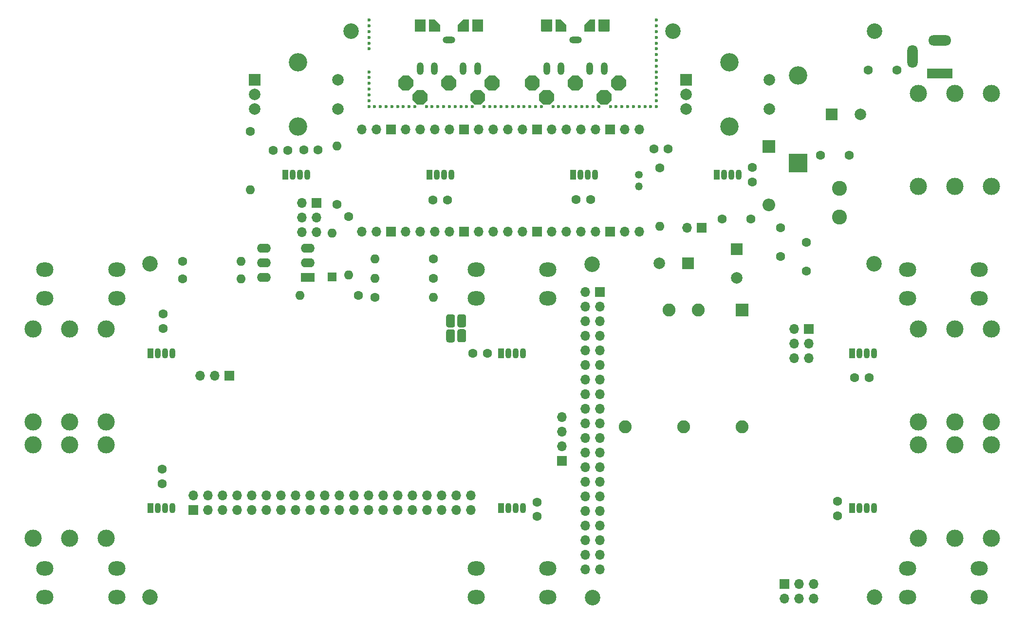
<source format=gbs>
G04 #@! TF.GenerationSoftware,KiCad,Pcbnew,7.0.1.1-36-gbcf78dbe24-dirty-deb11*
G04 #@! TF.CreationDate,2023-04-16T12:42:45+00:00*
G04 #@! TF.ProjectId,pedalboard-hw,70656461-6c62-46f6-9172-642d68772e6b,2.0.0-RC1*
G04 #@! TF.SameCoordinates,Original*
G04 #@! TF.FileFunction,Soldermask,Bot*
G04 #@! TF.FilePolarity,Negative*
%FSLAX46Y46*%
G04 Gerber Fmt 4.6, Leading zero omitted, Abs format (unit mm)*
G04 Created by KiCad (PCBNEW 7.0.1.1-36-gbcf78dbe24-dirty-deb11) date 2023-04-16 12:42:45*
%MOMM*%
%LPD*%
G01*
G04 APERTURE LIST*
%ADD10C,2.700000*%
%ADD11C,1.600000*%
%ADD12O,1.200000X2.200000*%
%ADD13O,2.200000X1.200000*%
%ADD14C,3.000000*%
%ADD15R,4.400000X1.800000*%
%ADD16O,4.000000X1.800000*%
%ADD17O,1.800000X4.000000*%
%ADD18O,1.600000X1.600000*%
%ADD19R,1.070000X1.800000*%
%ADD20O,1.070000X1.800000*%
%ADD21R,2.250000X2.250000*%
%ADD22C,2.250000*%
%ADD23R,1.700000X1.700000*%
%ADD24O,1.700000X1.700000*%
%ADD25C,0.600000*%
%ADD26O,3.000000X2.500000*%
%ADD27R,2.400000X1.600000*%
%ADD28O,2.400000X1.600000*%
%ADD29C,2.600000*%
%ADD30R,2.000000X2.000000*%
%ADD31C,2.000000*%
%ADD32C,3.200000*%
%ADD33R,1.600000X1.600000*%
%ADD34R,3.200000X3.200000*%
%ADD35O,3.200000X3.200000*%
%ADD36R,2.200000X2.200000*%
%ADD37O,2.200000X2.200000*%
%ADD38C,1.350000*%
%ADD39O,1.350000X1.350000*%
G04 APERTURE END LIST*
D10*
X148020000Y3500000D03*
D11*
X126800000Y78300000D03*
X126800000Y75800000D03*
D12*
X101000000Y95500000D03*
X98500000Y95500000D03*
D13*
X96000000Y100500000D03*
D12*
X91000000Y95500000D03*
X93500000Y95500000D03*
D10*
X113000000Y102000000D03*
D14*
X8050000Y13800000D03*
X8050000Y30030000D03*
X1700000Y13800000D03*
X1700000Y30030000D03*
X14400000Y13800000D03*
X14400000Y30030000D03*
D11*
X138637600Y80400000D03*
X143637600Y80400000D03*
D15*
X159400000Y94600000D03*
D16*
X159400000Y100400000D03*
D17*
X154600000Y97600000D03*
D11*
X110700000Y78180000D03*
D18*
X110700000Y68020000D03*
D19*
X95600000Y77000000D03*
D20*
X96870000Y77000000D03*
X98140000Y77000000D03*
X99410000Y77000000D03*
D14*
X8085000Y34000000D03*
X8085000Y50230000D03*
X1735000Y34000000D03*
X1735000Y50230000D03*
X14435000Y34000000D03*
X14435000Y50230000D03*
D21*
X124960000Y53480000D03*
D22*
X117340000Y53480000D03*
X112260000Y53480000D03*
X104640000Y33160000D03*
X114800000Y33160000D03*
X124960000Y33160000D03*
D14*
X161950000Y30005000D03*
X161950000Y13775000D03*
X168300000Y30005000D03*
X168300000Y13775000D03*
X155600000Y30005000D03*
X155600000Y13775000D03*
D10*
X22000000Y61500000D03*
D19*
X120600000Y77000000D03*
D20*
X121870000Y77000000D03*
X123140000Y77000000D03*
X124410000Y77000000D03*
D11*
X89310000Y20070000D03*
X89310000Y17570000D03*
D19*
X83100000Y19000000D03*
D20*
X84370000Y19000000D03*
X85640000Y19000000D03*
X86910000Y19000000D03*
D10*
X98980000Y3480000D03*
D23*
X29590000Y18680000D03*
D24*
X29590000Y21220000D03*
X32130000Y18680000D03*
X32130000Y21220000D03*
X34670000Y18680000D03*
X34670000Y21220000D03*
X37210000Y18680000D03*
X37210000Y21220000D03*
X39750000Y18680000D03*
X39750000Y21220000D03*
X42290000Y18680000D03*
X42290000Y21220000D03*
X44830000Y18680000D03*
X44830000Y21220000D03*
X47370000Y18680000D03*
X47370000Y21220000D03*
X49910000Y18680000D03*
X49910000Y21220000D03*
X52450000Y18680000D03*
X52450000Y21220000D03*
X54990000Y18680000D03*
X54990000Y21220000D03*
X57530000Y18680000D03*
X57530000Y21220000D03*
X60070000Y18680000D03*
X60070000Y21220000D03*
X62610000Y18680000D03*
X62610000Y21220000D03*
X65150000Y18680000D03*
X65150000Y21220000D03*
X67690000Y18680000D03*
X67690000Y21220000D03*
X70230000Y18680000D03*
X70230000Y21220000D03*
X72770000Y18680000D03*
X72770000Y21220000D03*
X75310000Y18680000D03*
X75310000Y21220000D03*
X77850000Y18680000D03*
X77850000Y21220000D03*
D11*
X141620000Y17700000D03*
X141620000Y20200000D03*
D25*
X60100000Y103925000D03*
X60100000Y102925000D03*
X60100000Y101925000D03*
X60100000Y100925000D03*
X60100000Y99925000D03*
X60100000Y98925000D03*
X60100000Y94925000D03*
X60100000Y93925000D03*
X60100000Y92925000D03*
X60100000Y91925000D03*
X60100000Y90925000D03*
X60100000Y89925000D03*
X60100000Y88925000D03*
X61100000Y88925000D03*
X62100000Y88925000D03*
X63100000Y88925000D03*
X64100000Y88925000D03*
X65100000Y88925000D03*
X66100000Y88925000D03*
X67100000Y88925000D03*
X68100000Y88925000D03*
X70100000Y88925000D03*
X71100000Y88925000D03*
X72100000Y88925000D03*
X73100000Y88925000D03*
X74100000Y88925000D03*
X75100000Y88925000D03*
X76100000Y88925000D03*
X77100000Y88925000D03*
X78100000Y88925000D03*
X80100000Y88925000D03*
X81100000Y88925000D03*
X82100000Y88925000D03*
X83100000Y88925000D03*
X84100000Y88925000D03*
X85100000Y88925000D03*
X86100000Y88925000D03*
X87100000Y88925000D03*
X88100000Y88925000D03*
X89100000Y88925000D03*
X90100000Y88925000D03*
X92100000Y88925000D03*
X93100000Y88925000D03*
X94100000Y88925000D03*
X95100000Y88925000D03*
X96100000Y88925000D03*
X97100000Y88925000D03*
X98100000Y88925000D03*
X99100000Y88925000D03*
X100100000Y88925000D03*
X102100000Y88925000D03*
X103100000Y88925000D03*
X104100000Y88925000D03*
X105100000Y88925000D03*
X106100000Y88925000D03*
X107100000Y88925000D03*
X108100000Y88925000D03*
X109100000Y88925000D03*
X110100000Y103925000D03*
X110100000Y102925000D03*
X110100000Y101925000D03*
X110100000Y100925000D03*
X110100000Y99925000D03*
X110100000Y98925000D03*
X110100000Y97925000D03*
X110100000Y96925000D03*
X110100000Y95925000D03*
X110100000Y94925000D03*
X110100000Y93925000D03*
X110100000Y92925000D03*
X110100000Y91925000D03*
X110100000Y90925000D03*
X110100000Y89925000D03*
X110100000Y88925000D03*
D11*
X24155000Y23300000D03*
X24155000Y25800000D03*
D26*
X78750000Y60500000D03*
X91250000Y60500000D03*
X78750000Y55500000D03*
X91250000Y55500000D03*
D19*
X22100000Y46000000D03*
D20*
X23370000Y46000000D03*
X24640000Y46000000D03*
X25910000Y46000000D03*
D11*
X54575000Y71895000D03*
D18*
X54575000Y82055000D03*
D27*
X49475000Y59200000D03*
D28*
X49475000Y61740000D03*
X49475000Y64280000D03*
X41855000Y64280000D03*
X41855000Y61740000D03*
X41855000Y59200000D03*
D10*
X57000000Y102000000D03*
D29*
X141900000Y74700000D03*
X141900000Y69700000D03*
D14*
X161965000Y91200000D03*
X161965000Y74970000D03*
X168315000Y91200000D03*
X168315000Y74970000D03*
X155615000Y91200000D03*
X155615000Y74970000D03*
D11*
X43475000Y81300000D03*
X45975000Y81300000D03*
G36*
X87946312Y91714079D02*
G01*
X87214079Y92446312D01*
X87199200Y92482233D01*
X87199200Y93517767D01*
X87214079Y93553688D01*
X87946312Y94285921D01*
X87982233Y94300800D01*
X89017767Y94300800D01*
X89053688Y94285921D01*
X89785921Y93553688D01*
X89800800Y93517767D01*
X89800800Y92482233D01*
X89785921Y92446312D01*
X89053688Y91714079D01*
X89017767Y91699200D01*
X87982233Y91699200D01*
X87946312Y91714079D01*
G37*
G36*
X97285921Y92446312D02*
G01*
X96553688Y91714079D01*
X96517767Y91699200D01*
X95482233Y91699200D01*
X95446312Y91714079D01*
X94714079Y92446312D01*
X94699200Y92482233D01*
X94699200Y93517767D01*
X94714079Y93553688D01*
X95446312Y94285921D01*
X95482233Y94300800D01*
X96517767Y94300800D01*
X96553688Y94285921D01*
X97285921Y93553688D01*
X97300800Y93517767D01*
X97300800Y92482233D01*
X97285921Y92446312D01*
G37*
G36*
X102946312Y91714079D02*
G01*
X102214079Y92446312D01*
X102199200Y92482233D01*
X102199200Y93517767D01*
X102214079Y93553688D01*
X102946312Y94285921D01*
X102982233Y94300800D01*
X104017767Y94300800D01*
X104053688Y94285921D01*
X104785921Y93553688D01*
X104800800Y93517767D01*
X104800800Y92482233D01*
X104785921Y92446312D01*
X104053688Y91714079D01*
X104017767Y91699200D01*
X102982233Y91699200D01*
X102946312Y91714079D01*
G37*
G36*
X90446312Y89214079D02*
G01*
X89714079Y89946312D01*
X89699200Y89982233D01*
X89699200Y91017767D01*
X89714079Y91053688D01*
X90446312Y91785921D01*
X90482233Y91800800D01*
X91517767Y91800800D01*
X91553688Y91785921D01*
X92285921Y91053688D01*
X92300800Y91017767D01*
X92300800Y89982233D01*
X92285921Y89946312D01*
X91553688Y89214079D01*
X91517767Y89199200D01*
X90482233Y89199200D01*
X90446312Y89214079D01*
G37*
G36*
X100446312Y89214079D02*
G01*
X99714079Y89946312D01*
X99699200Y89982233D01*
X99699200Y91017767D01*
X99714079Y91053688D01*
X100446312Y91785921D01*
X100482233Y91800800D01*
X101517767Y91800800D01*
X101553688Y91785921D01*
X102285921Y91053688D01*
X102300800Y91017767D01*
X102300800Y89982233D01*
X102285921Y89946312D01*
X101553688Y89214079D01*
X101517767Y89199200D01*
X100482233Y89199200D01*
X100446312Y89214079D01*
G37*
G36*
X97564079Y101964079D02*
G01*
X97549200Y102000000D01*
X97549200Y103100000D01*
X97564079Y103135921D01*
X98464079Y104035921D01*
X98500000Y104050800D01*
X99400000Y104050800D01*
X99435921Y104035921D01*
X99450800Y104000000D01*
X99450800Y102000000D01*
X99435921Y101964079D01*
X99400000Y101949200D01*
X97600000Y101949200D01*
X97564079Y101964079D01*
G37*
G36*
G01*
X101950800Y104000000D02*
X101950800Y102000000D01*
G75*
G02*
X101900000Y101949200I-50800J0D01*
G01*
X100100000Y101949200D01*
G75*
G02*
X100049200Y102000000I0J50800D01*
G01*
X100049200Y104000000D01*
G75*
G02*
X100100000Y104050800I50800J0D01*
G01*
X101900000Y104050800D01*
G75*
G02*
X101950800Y104000000I0J-50800D01*
G01*
G37*
G36*
G01*
X91950800Y104000000D02*
X91950800Y102000000D01*
G75*
G02*
X91900000Y101949200I-50800J0D01*
G01*
X90100000Y101949200D01*
G75*
G02*
X90049200Y102000000I0J50800D01*
G01*
X90049200Y104000000D01*
G75*
G02*
X90100000Y104050800I50800J0D01*
G01*
X91900000Y104050800D01*
G75*
G02*
X91950800Y104000000I0J-50800D01*
G01*
G37*
G36*
X92564079Y101964079D02*
G01*
X92549200Y102000000D01*
X92549200Y104000000D01*
X92564079Y104035921D01*
X92600000Y104050800D01*
X93500000Y104050800D01*
X93535921Y104035921D01*
X94435921Y103135921D01*
X94450800Y103100000D01*
X94450800Y102000000D01*
X94435921Y101964079D01*
X94400000Y101949200D01*
X92600000Y101949200D01*
X92564079Y101964079D01*
G37*
D19*
X70600000Y77000000D03*
D20*
X71870000Y77000000D03*
X73140000Y77000000D03*
X74410000Y77000000D03*
D30*
X40250000Y93500000D03*
D31*
X40250000Y88500000D03*
X40250000Y91000000D03*
D32*
X47750000Y96600000D03*
X47750000Y85400000D03*
D31*
X54750000Y88500000D03*
X54750000Y93500000D03*
D11*
X48750000Y81325000D03*
X51250000Y81325000D03*
X144570000Y41700000D03*
X147070000Y41700000D03*
D30*
X124100000Y64067677D03*
D31*
X124100000Y59067677D03*
D11*
X58280000Y56020000D03*
D18*
X48120000Y56020000D03*
D10*
X147900000Y61550000D03*
D30*
X115600000Y61600000D03*
D31*
X110600000Y61600000D03*
D19*
X45600000Y77000000D03*
D20*
X46870000Y77000000D03*
X48140000Y77000000D03*
X49410000Y77000000D03*
D11*
X71250000Y72600000D03*
X73750000Y72600000D03*
D10*
X22000000Y3500000D03*
D14*
X161950000Y50220000D03*
X161950000Y33990000D03*
X168300000Y50220000D03*
X168300000Y33990000D03*
X155600000Y50220000D03*
X155600000Y33990000D03*
D26*
X3750000Y60500000D03*
X16250000Y60500000D03*
X3750000Y55500000D03*
X16250000Y55500000D03*
D11*
X109650000Y81530000D03*
X112150000Y81530000D03*
X27695000Y61950000D03*
D18*
X37855000Y61950000D03*
D30*
X140532323Y87500000D03*
D31*
X145532323Y87500000D03*
D19*
X144100000Y46000000D03*
D20*
X145370000Y46000000D03*
X146640000Y46000000D03*
X147910000Y46000000D03*
D11*
X61190000Y55660000D03*
D18*
X71350000Y55660000D03*
D19*
X22100000Y19000000D03*
D20*
X23370000Y19000000D03*
X24640000Y19000000D03*
X25910000Y19000000D03*
D11*
X56600000Y69730000D03*
D18*
X56600000Y59570000D03*
D11*
X126500000Y69300000D03*
X121500000Y69300000D03*
D33*
X53700000Y59225000D03*
D18*
X53700000Y66845000D03*
D11*
X96150000Y72700000D03*
X98650000Y72700000D03*
D34*
X134700000Y79100000D03*
D35*
X134700000Y94340000D03*
D11*
X71280000Y62425000D03*
D18*
X61120000Y62425000D03*
D11*
X151900000Y95200000D03*
X146900000Y95200000D03*
D10*
X98900000Y61434400D03*
D11*
X131700000Y67800000D03*
X131700000Y62800000D03*
D19*
X144100000Y19000000D03*
D20*
X145370000Y19000000D03*
X146640000Y19000000D03*
X147910000Y19000000D03*
D26*
X153750000Y8500000D03*
X166250000Y8500000D03*
X153750000Y3500000D03*
X166250000Y3500000D03*
X153750000Y60500000D03*
X166250000Y60500000D03*
X153750000Y55500000D03*
X166250000Y55500000D03*
D11*
X80670000Y45950000D03*
X78170000Y45950000D03*
D26*
X3750000Y8500000D03*
X16250000Y8500000D03*
X3750000Y3500000D03*
X16250000Y3500000D03*
D10*
X148000000Y102000000D03*
D11*
X71350000Y59020000D03*
D18*
X61190000Y59020000D03*
D30*
X115250000Y93500000D03*
D31*
X115250000Y88500000D03*
X115250000Y91000000D03*
D32*
X122750000Y96600000D03*
X122750000Y85400000D03*
D31*
X129750000Y88500000D03*
X129750000Y93500000D03*
D11*
X27695000Y58950000D03*
D18*
X37855000Y58950000D03*
D26*
X78750000Y8500000D03*
X91250000Y8500000D03*
X78750000Y3500000D03*
X91250000Y3500000D03*
D11*
X136200000Y60300000D03*
X136200000Y65300000D03*
G36*
X65951812Y91714079D02*
G01*
X65219579Y92446312D01*
X65204700Y92482233D01*
X65204700Y93517767D01*
X65219579Y93553688D01*
X65951812Y94285921D01*
X65987733Y94300800D01*
X67023267Y94300800D01*
X67059188Y94285921D01*
X67791421Y93553688D01*
X67806300Y93517767D01*
X67806300Y92482233D01*
X67791421Y92446312D01*
X67059188Y91714079D01*
X67023267Y91699200D01*
X65987733Y91699200D01*
X65951812Y91714079D01*
G37*
G36*
X75291421Y92446312D02*
G01*
X74559188Y91714079D01*
X74523267Y91699200D01*
X73487733Y91699200D01*
X73451812Y91714079D01*
X72719579Y92446312D01*
X72704700Y92482233D01*
X72704700Y93517767D01*
X72719579Y93553688D01*
X73451812Y94285921D01*
X73487733Y94300800D01*
X74523267Y94300800D01*
X74559188Y94285921D01*
X75291421Y93553688D01*
X75306300Y93517767D01*
X75306300Y92482233D01*
X75291421Y92446312D01*
G37*
G36*
X80951812Y91714079D02*
G01*
X80219579Y92446312D01*
X80204700Y92482233D01*
X80204700Y93517767D01*
X80219579Y93553688D01*
X80951812Y94285921D01*
X80987733Y94300800D01*
X82023267Y94300800D01*
X82059188Y94285921D01*
X82791421Y93553688D01*
X82806300Y93517767D01*
X82806300Y92482233D01*
X82791421Y92446312D01*
X82059188Y91714079D01*
X82023267Y91699200D01*
X80987733Y91699200D01*
X80951812Y91714079D01*
G37*
G36*
X68451812Y89214079D02*
G01*
X67719579Y89946312D01*
X67704700Y89982233D01*
X67704700Y91017767D01*
X67719579Y91053688D01*
X68451812Y91785921D01*
X68487733Y91800800D01*
X69523267Y91800800D01*
X69559188Y91785921D01*
X70291421Y91053688D01*
X70306300Y91017767D01*
X70306300Y89982233D01*
X70291421Y89946312D01*
X69559188Y89214079D01*
X69523267Y89199200D01*
X68487733Y89199200D01*
X68451812Y89214079D01*
G37*
G36*
X78451812Y89214079D02*
G01*
X77719579Y89946312D01*
X77704700Y89982233D01*
X77704700Y91017767D01*
X77719579Y91053688D01*
X78451812Y91785921D01*
X78487733Y91800800D01*
X79523267Y91800800D01*
X79559188Y91785921D01*
X80291421Y91053688D01*
X80306300Y91017767D01*
X80306300Y89982233D01*
X80291421Y89946312D01*
X79559188Y89214079D01*
X79523267Y89199200D01*
X78487733Y89199200D01*
X78451812Y89214079D01*
G37*
G36*
X75569579Y101964079D02*
G01*
X75554700Y102000000D01*
X75554700Y103100000D01*
X75569579Y103135921D01*
X76469579Y104035921D01*
X76505500Y104050800D01*
X77405500Y104050800D01*
X77441421Y104035921D01*
X77456300Y104000000D01*
X77456300Y102000000D01*
X77441421Y101964079D01*
X77405500Y101949200D01*
X75605500Y101949200D01*
X75569579Y101964079D01*
G37*
G36*
G01*
X79956300Y104000000D02*
X79956300Y102000000D01*
G75*
G02*
X79905500Y101949200I-50800J0D01*
G01*
X78105500Y101949200D01*
G75*
G02*
X78054700Y102000000I0J50800D01*
G01*
X78054700Y104000000D01*
G75*
G02*
X78105500Y104050800I50800J0D01*
G01*
X79905500Y104050800D01*
G75*
G02*
X79956300Y104000000I0J-50800D01*
G01*
G37*
G36*
G01*
X69956300Y104000000D02*
X69956300Y102000000D01*
G75*
G02*
X69905500Y101949200I-50800J0D01*
G01*
X68105500Y101949200D01*
G75*
G02*
X68054700Y102000000I0J50800D01*
G01*
X68054700Y104000000D01*
G75*
G02*
X68105500Y104050800I50800J0D01*
G01*
X69905500Y104050800D01*
G75*
G02*
X69956300Y104000000I0J-50800D01*
G01*
G37*
G36*
X70569579Y101964079D02*
G01*
X70554700Y102000000D01*
X70554700Y104000000D01*
X70569579Y104035921D01*
X70605500Y104050800D01*
X71505500Y104050800D01*
X71541421Y104035921D01*
X72441421Y103135921D01*
X72456300Y103100000D01*
X72456300Y102000000D01*
X72441421Y101964079D01*
X72405500Y101949200D01*
X70605500Y101949200D01*
X70569579Y101964079D01*
G37*
X24355000Y52800000D03*
X24355000Y50300000D03*
D36*
X129606000Y81921600D03*
D37*
X129606000Y71761600D03*
D19*
X83100000Y46000000D03*
D20*
X84370000Y46000000D03*
X85640000Y46000000D03*
X86910000Y46000000D03*
D11*
X39500000Y84555000D03*
D18*
X39500000Y74395000D03*
D12*
X79000000Y95500000D03*
X76500000Y95500000D03*
D13*
X74000000Y100500000D03*
D12*
X69000000Y95500000D03*
X71500000Y95500000D03*
D23*
X93625000Y27220000D03*
D24*
X93625000Y29760000D03*
X93625000Y32300000D03*
X93625000Y34840000D03*
G36*
G01*
X74691000Y47857000D02*
X73929000Y47857000D01*
G75*
G02*
X73548000Y48238000I0J381000D01*
G01*
X73548000Y49762000D01*
G75*
G02*
X73929000Y50143000I381000J0D01*
G01*
X74691000Y50143000D01*
G75*
G02*
X75072000Y49762000I0J-381000D01*
G01*
X75072000Y48238000D01*
G75*
G02*
X74691000Y47857000I-381000J0D01*
G01*
G37*
G36*
G01*
X74691000Y50457000D02*
X73929000Y50457000D01*
G75*
G02*
X73548000Y50838000I0J381000D01*
G01*
X73548000Y52362000D01*
G75*
G02*
X73929000Y52743000I381000J0D01*
G01*
X74691000Y52743000D01*
G75*
G02*
X75072000Y52362000I0J-381000D01*
G01*
X75072000Y50838000D01*
G75*
G02*
X74691000Y50457000I-381000J0D01*
G01*
G37*
D23*
X118000000Y67825000D03*
D24*
X115460000Y67825000D03*
D38*
X107000000Y77000000D03*
D39*
X107000000Y75000000D03*
D24*
X107130000Y67110000D03*
X104590000Y67110000D03*
D23*
X102050000Y67110000D03*
D24*
X99510000Y67110000D03*
X96970000Y67110000D03*
X94430000Y67110000D03*
X91890000Y67110000D03*
D23*
X89350000Y67110000D03*
D24*
X86810000Y67110000D03*
X84270000Y67110000D03*
X81730000Y67110000D03*
X79190000Y67110000D03*
D23*
X76650000Y67110000D03*
D24*
X74110000Y67110000D03*
X71570000Y67110000D03*
X69030000Y67110000D03*
X66490000Y67110000D03*
D23*
X63950000Y67110000D03*
D24*
X61410000Y67110000D03*
X58870000Y67110000D03*
X58870000Y84890000D03*
X61410000Y84890000D03*
D23*
X63950000Y84890000D03*
D24*
X66490000Y84890000D03*
X69030000Y84890000D03*
X71570000Y84890000D03*
X74110000Y84890000D03*
D23*
X76650000Y84890000D03*
D24*
X79190000Y84890000D03*
X81730000Y84890000D03*
X84270000Y84890000D03*
X86810000Y84890000D03*
D23*
X89350000Y84890000D03*
D24*
X91890000Y84890000D03*
X94430000Y84890000D03*
X96970000Y84890000D03*
X99510000Y84890000D03*
D23*
X102050000Y84890000D03*
D24*
X104590000Y84890000D03*
X107130000Y84890000D03*
D23*
X35865000Y42037400D03*
D24*
X33325000Y42037400D03*
X30785000Y42037400D03*
D23*
X100250000Y56624400D03*
D24*
X97710000Y56624400D03*
X100250000Y54084400D03*
X97710000Y54084400D03*
X100250000Y51544400D03*
X97710000Y51544400D03*
X100250000Y49004400D03*
X97710000Y49004400D03*
X100250000Y46464400D03*
X97710000Y46464400D03*
X100250000Y43924400D03*
X97710000Y43924400D03*
X100250000Y41384400D03*
X97710000Y41384400D03*
X100250000Y38844400D03*
X97710000Y38844400D03*
X100250000Y36304400D03*
X97710000Y36304400D03*
X100250000Y33764400D03*
X97710000Y33764400D03*
X100250000Y31224400D03*
X97710000Y31224400D03*
X100250000Y28684400D03*
X97710000Y28684400D03*
X100250000Y26144400D03*
X97710000Y26144400D03*
X100250000Y23604400D03*
X97710000Y23604400D03*
X100250000Y21064400D03*
X97710000Y21064400D03*
X100250000Y18524400D03*
X97710000Y18524400D03*
X100250000Y15984400D03*
X97710000Y15984400D03*
X100250000Y13444400D03*
X97710000Y13444400D03*
X100250000Y10904400D03*
X97710000Y10904400D03*
X100250000Y8364400D03*
X97710000Y8364400D03*
D23*
X136555000Y50154400D03*
D24*
X134015000Y50154400D03*
X136555000Y47614400D03*
X134015000Y47614400D03*
X136555000Y45074400D03*
X134015000Y45074400D03*
D23*
X132380000Y5849400D03*
D24*
X132380000Y3309400D03*
X134920000Y5849400D03*
X134920000Y3309400D03*
X137460000Y5849400D03*
X137460000Y3309400D03*
G36*
G01*
X76621000Y47867000D02*
X75859000Y47867000D01*
G75*
G02*
X75478000Y48248000I0J381000D01*
G01*
X75478000Y49772000D01*
G75*
G02*
X75859000Y50153000I381000J0D01*
G01*
X76621000Y50153000D01*
G75*
G02*
X77002000Y49772000I0J-381000D01*
G01*
X77002000Y48248000D01*
G75*
G02*
X76621000Y47867000I-381000J0D01*
G01*
G37*
G36*
G01*
X76621000Y50467000D02*
X75859000Y50467000D01*
G75*
G02*
X75478000Y50848000I0J381000D01*
G01*
X75478000Y52372000D01*
G75*
G02*
X75859000Y52753000I381000J0D01*
G01*
X76621000Y52753000D01*
G75*
G02*
X77002000Y52372000I0J-381000D01*
G01*
X77002000Y50848000D01*
G75*
G02*
X76621000Y50467000I-381000J0D01*
G01*
G37*
D23*
X51000000Y72150000D03*
D24*
X48460000Y72150000D03*
X51000000Y69610000D03*
X48460000Y69610000D03*
X51000000Y67070000D03*
X48460000Y67070000D03*
M02*

</source>
